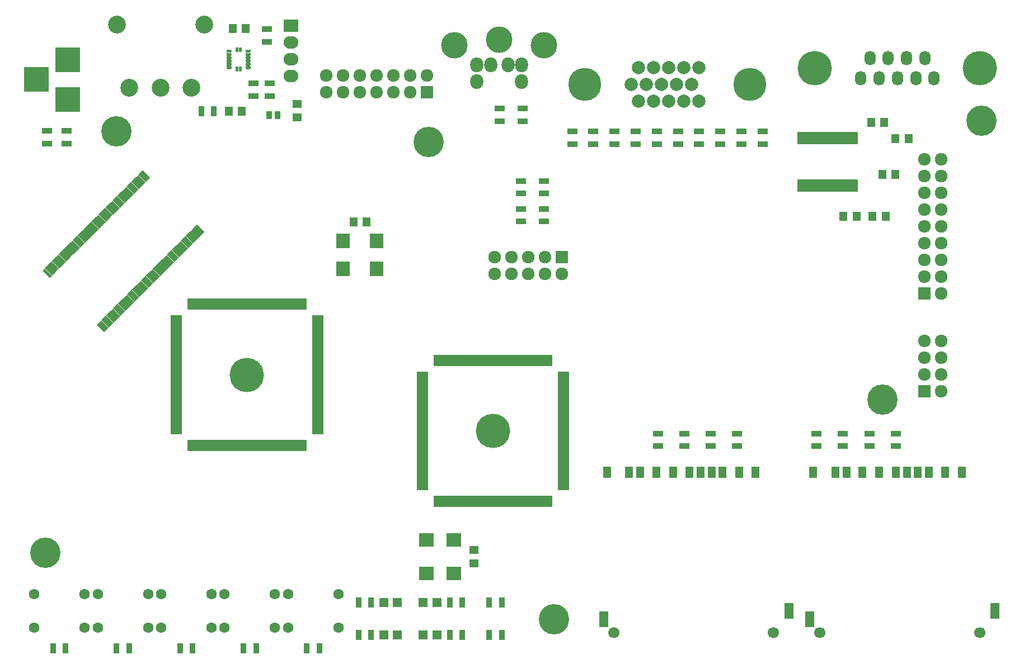
<source format=gbr>
G04 #@! TF.FileFunction,Soldermask,Top*
%FSLAX46Y46*%
G04 Gerber Fmt 4.6, Leading zero omitted, Abs format (unit mm)*
G04 Created by KiCad (PCBNEW no-vcs-found-undefined) date Mon Oct 17 17:10:25 2016*
%MOMM*%
%LPD*%
G01*
G04 APERTURE LIST*
%ADD10C,0.100000*%
%ADD11C,5.201260*%
%ADD12O,1.701140X2.198980*%
%ADD13C,4.600000*%
%ADD14C,0.480000*%
%ADD15C,2.700000*%
%ADD16C,4.010000*%
%ADD17O,1.978000X2.232000*%
%ADD18R,0.835000X1.216000*%
%ADD19R,1.450000X1.200000*%
%ADD20R,1.200000X1.450000*%
%ADD21R,3.700120X3.700120*%
%ADD22R,1.200000X1.700000*%
%ADD23R,1.400000X2.400000*%
%ADD24C,1.700000*%
%ADD25R,1.398880X1.398880*%
%ADD26O,1.927200X1.927200*%
%ADD27R,1.927200X1.927200*%
%ADD28O,2.232000X1.927200*%
%ADD29R,2.232000X1.927200*%
%ADD30R,0.900000X1.500000*%
%ADD31R,1.500000X0.900000*%
%ADD32R,0.500000X1.750000*%
%ADD33R,1.750000X0.500000*%
%ADD34C,0.450000*%
%ADD35R,2.000000X2.200000*%
%ADD36R,2.200000X2.000000*%
%ADD37R,0.650000X1.950000*%
%ADD38C,1.597000*%
%ADD39C,5.000000*%
%ADD40C,2.000000*%
%ADD41C,5.200000*%
G04 APERTURE END LIST*
D10*
D11*
X215894260Y-47762000D03*
D12*
X199244560Y-46243080D03*
X202015700Y-46243080D03*
X204784300Y-46243080D03*
X207555440Y-46243080D03*
X208939740Y-49280920D03*
X206171140Y-49280920D03*
X197860260Y-49280920D03*
X200628860Y-49280920D03*
X203400000Y-49280920D03*
D11*
X190905740Y-47762000D03*
D13*
X132450000Y-58950000D03*
X216090000Y-55680000D03*
X85190000Y-57340000D03*
X201170000Y-97930000D03*
X151430000Y-131260000D03*
X74490000Y-121120000D03*
D14*
X89238924Y-64268701D03*
D10*
G36*
X88503533Y-63872721D02*
X88842944Y-63533310D01*
X89974315Y-64664681D01*
X89634904Y-65004092D01*
X88503533Y-63872721D01*
X88503533Y-63872721D01*
G37*
D14*
X88885370Y-64622254D03*
D10*
G36*
X88149979Y-64226274D02*
X88489390Y-63886863D01*
X89620761Y-65018234D01*
X89281350Y-65357645D01*
X88149979Y-64226274D01*
X88149979Y-64226274D01*
G37*
D14*
X88531817Y-64975807D03*
D10*
G36*
X87796426Y-64579827D02*
X88135837Y-64240416D01*
X89267208Y-65371787D01*
X88927797Y-65711198D01*
X87796426Y-64579827D01*
X87796426Y-64579827D01*
G37*
D14*
X88178263Y-65329361D03*
D10*
G36*
X87442872Y-64933381D02*
X87782283Y-64593970D01*
X88913654Y-65725341D01*
X88574243Y-66064752D01*
X87442872Y-64933381D01*
X87442872Y-64933381D01*
G37*
D14*
X87824710Y-65682914D03*
D10*
G36*
X87089319Y-65286934D02*
X87428730Y-64947523D01*
X88560101Y-66078894D01*
X88220690Y-66418305D01*
X87089319Y-65286934D01*
X87089319Y-65286934D01*
G37*
D14*
X87471157Y-66036468D03*
D10*
G36*
X86735766Y-65640488D02*
X87075177Y-65301077D01*
X88206548Y-66432448D01*
X87867137Y-66771859D01*
X86735766Y-65640488D01*
X86735766Y-65640488D01*
G37*
D14*
X87117603Y-66390021D03*
D10*
G36*
X86382212Y-65994041D02*
X86721623Y-65654630D01*
X87852994Y-66786001D01*
X87513583Y-67125412D01*
X86382212Y-65994041D01*
X86382212Y-65994041D01*
G37*
D14*
X86764050Y-66743574D03*
D10*
G36*
X86028659Y-66347594D02*
X86368070Y-66008183D01*
X87499441Y-67139554D01*
X87160030Y-67478965D01*
X86028659Y-66347594D01*
X86028659Y-66347594D01*
G37*
D14*
X86410496Y-67097128D03*
D10*
G36*
X85675105Y-66701148D02*
X86014516Y-66361737D01*
X87145887Y-67493108D01*
X86806476Y-67832519D01*
X85675105Y-66701148D01*
X85675105Y-66701148D01*
G37*
D14*
X86056943Y-67450681D03*
D10*
G36*
X85321552Y-67054701D02*
X85660963Y-66715290D01*
X86792334Y-67846661D01*
X86452923Y-68186072D01*
X85321552Y-67054701D01*
X85321552Y-67054701D01*
G37*
D14*
X85349836Y-68157788D03*
D10*
G36*
X84614445Y-67761808D02*
X84953856Y-67422397D01*
X86085227Y-68553768D01*
X85745816Y-68893179D01*
X84614445Y-67761808D01*
X84614445Y-67761808D01*
G37*
D14*
X84996283Y-68511341D03*
D10*
G36*
X84260892Y-68115361D02*
X84600303Y-67775950D01*
X85731674Y-68907321D01*
X85392263Y-69246732D01*
X84260892Y-68115361D01*
X84260892Y-68115361D01*
G37*
D14*
X84642729Y-68864895D03*
D10*
G36*
X83907338Y-68468915D02*
X84246749Y-68129504D01*
X85378120Y-69260875D01*
X85038709Y-69600286D01*
X83907338Y-68468915D01*
X83907338Y-68468915D01*
G37*
D14*
X84289176Y-69218448D03*
D10*
G36*
X83553785Y-68822468D02*
X83893196Y-68483057D01*
X85024567Y-69614428D01*
X84685156Y-69953839D01*
X83553785Y-68822468D01*
X83553785Y-68822468D01*
G37*
D14*
X83935623Y-69572001D03*
D10*
G36*
X83200232Y-69176021D02*
X83539643Y-68836610D01*
X84671014Y-69967981D01*
X84331603Y-70307392D01*
X83200232Y-69176021D01*
X83200232Y-69176021D01*
G37*
D14*
X83582069Y-69925555D03*
D10*
G36*
X82846678Y-69529575D02*
X83186089Y-69190164D01*
X84317460Y-70321535D01*
X83978049Y-70660946D01*
X82846678Y-69529575D01*
X82846678Y-69529575D01*
G37*
D14*
X83228516Y-70279108D03*
D10*
G36*
X82493125Y-69883128D02*
X82832536Y-69543717D01*
X83963907Y-70675088D01*
X83624496Y-71014499D01*
X82493125Y-69883128D01*
X82493125Y-69883128D01*
G37*
D14*
X82874962Y-70632662D03*
D10*
G36*
X82139571Y-70236682D02*
X82478982Y-69897271D01*
X83610353Y-71028642D01*
X83270942Y-71368053D01*
X82139571Y-70236682D01*
X82139571Y-70236682D01*
G37*
D14*
X82521409Y-70986215D03*
D10*
G36*
X81786018Y-70590235D02*
X82125429Y-70250824D01*
X83256800Y-71382195D01*
X82917389Y-71721606D01*
X81786018Y-70590235D01*
X81786018Y-70590235D01*
G37*
D14*
X82167856Y-71339768D03*
D10*
G36*
X81432465Y-70943788D02*
X81771876Y-70604377D01*
X82903247Y-71735748D01*
X82563836Y-72075159D01*
X81432465Y-70943788D01*
X81432465Y-70943788D01*
G37*
D14*
X81814302Y-71693322D03*
D10*
G36*
X81078911Y-71297342D02*
X81418322Y-70957931D01*
X82549693Y-72089302D01*
X82210282Y-72428713D01*
X81078911Y-71297342D01*
X81078911Y-71297342D01*
G37*
D14*
X81460749Y-72046875D03*
D10*
G36*
X80725358Y-71650895D02*
X81064769Y-71311484D01*
X82196140Y-72442855D01*
X81856729Y-72782266D01*
X80725358Y-71650895D01*
X80725358Y-71650895D01*
G37*
D14*
X81107196Y-72400429D03*
D10*
G36*
X80371805Y-72004449D02*
X80711216Y-71665038D01*
X81842587Y-72796409D01*
X81503176Y-73135820D01*
X80371805Y-72004449D01*
X80371805Y-72004449D01*
G37*
D14*
X80753642Y-72753982D03*
D10*
G36*
X80018251Y-72358002D02*
X80357662Y-72018591D01*
X81489033Y-73149962D01*
X81149622Y-73489373D01*
X80018251Y-72358002D01*
X80018251Y-72358002D01*
G37*
D14*
X80400089Y-73107535D03*
D10*
G36*
X79664698Y-72711555D02*
X80004109Y-72372144D01*
X81135480Y-73503515D01*
X80796069Y-73842926D01*
X79664698Y-72711555D01*
X79664698Y-72711555D01*
G37*
D14*
X80046535Y-73461089D03*
D10*
G36*
X79311144Y-73065109D02*
X79650555Y-72725698D01*
X80781926Y-73857069D01*
X80442515Y-74196480D01*
X79311144Y-73065109D01*
X79311144Y-73065109D01*
G37*
D14*
X79692982Y-73814642D03*
D10*
G36*
X78957591Y-73418662D02*
X79297002Y-73079251D01*
X80428373Y-74210622D01*
X80088962Y-74550033D01*
X78957591Y-73418662D01*
X78957591Y-73418662D01*
G37*
D14*
X79339429Y-74168196D03*
D10*
G36*
X78604038Y-73772216D02*
X78943449Y-73432805D01*
X80074820Y-74564176D01*
X79735409Y-74903587D01*
X78604038Y-73772216D01*
X78604038Y-73772216D01*
G37*
D14*
X78985875Y-74521749D03*
D10*
G36*
X78250484Y-74125769D02*
X78589895Y-73786358D01*
X79721266Y-74917729D01*
X79381855Y-75257140D01*
X78250484Y-74125769D01*
X78250484Y-74125769D01*
G37*
D14*
X78632322Y-74875302D03*
D10*
G36*
X77896931Y-74479322D02*
X78236342Y-74139911D01*
X79367713Y-75271282D01*
X79028302Y-75610693D01*
X77896931Y-74479322D01*
X77896931Y-74479322D01*
G37*
D14*
X78278768Y-75228856D03*
D10*
G36*
X77543377Y-74832876D02*
X77882788Y-74493465D01*
X79014159Y-75624836D01*
X78674748Y-75964247D01*
X77543377Y-74832876D01*
X77543377Y-74832876D01*
G37*
D14*
X77925215Y-75582409D03*
D10*
G36*
X77189824Y-75186429D02*
X77529235Y-74847018D01*
X78660606Y-75978389D01*
X78321195Y-76317800D01*
X77189824Y-75186429D01*
X77189824Y-75186429D01*
G37*
D14*
X77571662Y-75935962D03*
D10*
G36*
X76836271Y-75539982D02*
X77175682Y-75200571D01*
X78307053Y-76331942D01*
X77967642Y-76671353D01*
X76836271Y-75539982D01*
X76836271Y-75539982D01*
G37*
D14*
X77218108Y-76289516D03*
D10*
G36*
X76482717Y-75893536D02*
X76822128Y-75554125D01*
X77953499Y-76685496D01*
X77614088Y-77024907D01*
X76482717Y-75893536D01*
X76482717Y-75893536D01*
G37*
D14*
X76864555Y-76643069D03*
D10*
G36*
X76129164Y-76247089D02*
X76468575Y-75907678D01*
X77599946Y-77039049D01*
X77260535Y-77378460D01*
X76129164Y-76247089D01*
X76129164Y-76247089D01*
G37*
D14*
X76511001Y-76996623D03*
D10*
G36*
X75775610Y-76600643D02*
X76115021Y-76261232D01*
X77246392Y-77392603D01*
X76906981Y-77732014D01*
X75775610Y-76600643D01*
X75775610Y-76600643D01*
G37*
D14*
X76157448Y-77350176D03*
D10*
G36*
X75422057Y-76954196D02*
X75761468Y-76614785D01*
X76892839Y-77746156D01*
X76553428Y-78085567D01*
X75422057Y-76954196D01*
X75422057Y-76954196D01*
G37*
D14*
X75803895Y-77703729D03*
D10*
G36*
X75068504Y-77307749D02*
X75407915Y-76968338D01*
X76539286Y-78099709D01*
X76199875Y-78439120D01*
X75068504Y-77307749D01*
X75068504Y-77307749D01*
G37*
D14*
X75450341Y-78057283D03*
D10*
G36*
X74714950Y-77661303D02*
X75054361Y-77321892D01*
X76185732Y-78453263D01*
X75846321Y-78792674D01*
X74714950Y-77661303D01*
X74714950Y-77661303D01*
G37*
D14*
X75096788Y-78410836D03*
D10*
G36*
X74361397Y-78014856D02*
X74700808Y-77675445D01*
X75832179Y-78806816D01*
X75492768Y-79146227D01*
X74361397Y-78014856D01*
X74361397Y-78014856D01*
G37*
D14*
X74743235Y-78764390D03*
D10*
G36*
X74007844Y-78368410D02*
X74347255Y-78028999D01*
X75478626Y-79160370D01*
X75139215Y-79499781D01*
X74007844Y-78368410D01*
X74007844Y-78368410D01*
G37*
D14*
X82959815Y-86980970D03*
D10*
G36*
X82224424Y-86584990D02*
X82563835Y-86245579D01*
X83695206Y-87376950D01*
X83355795Y-87716361D01*
X82224424Y-86584990D01*
X82224424Y-86584990D01*
G37*
D14*
X83313369Y-86627417D03*
D10*
G36*
X82577978Y-86231437D02*
X82917389Y-85892026D01*
X84048760Y-87023397D01*
X83709349Y-87362808D01*
X82577978Y-86231437D01*
X82577978Y-86231437D01*
G37*
D14*
X83666922Y-86273864D03*
D10*
G36*
X82931531Y-85877884D02*
X83270942Y-85538473D01*
X84402313Y-86669844D01*
X84062902Y-87009255D01*
X82931531Y-85877884D01*
X82931531Y-85877884D01*
G37*
D14*
X84020475Y-85920310D03*
D10*
G36*
X83285084Y-85524330D02*
X83624495Y-85184919D01*
X84755866Y-86316290D01*
X84416455Y-86655701D01*
X83285084Y-85524330D01*
X83285084Y-85524330D01*
G37*
D14*
X84374029Y-85566757D03*
D10*
G36*
X83638638Y-85170777D02*
X83978049Y-84831366D01*
X85109420Y-85962737D01*
X84770009Y-86302148D01*
X83638638Y-85170777D01*
X83638638Y-85170777D01*
G37*
D14*
X84727582Y-85213203D03*
D10*
G36*
X83992191Y-84817223D02*
X84331602Y-84477812D01*
X85462973Y-85609183D01*
X85123562Y-85948594D01*
X83992191Y-84817223D01*
X83992191Y-84817223D01*
G37*
D14*
X85081136Y-84859650D03*
D10*
G36*
X84345745Y-84463670D02*
X84685156Y-84124259D01*
X85816527Y-85255630D01*
X85477116Y-85595041D01*
X84345745Y-84463670D01*
X84345745Y-84463670D01*
G37*
D14*
X85434689Y-84506097D03*
D10*
G36*
X84699298Y-84110117D02*
X85038709Y-83770706D01*
X86170080Y-84902077D01*
X85830669Y-85241488D01*
X84699298Y-84110117D01*
X84699298Y-84110117D01*
G37*
D14*
X85788242Y-84152543D03*
D10*
G36*
X85052851Y-83756563D02*
X85392262Y-83417152D01*
X86523633Y-84548523D01*
X86184222Y-84887934D01*
X85052851Y-83756563D01*
X85052851Y-83756563D01*
G37*
D14*
X86141796Y-83798990D03*
D10*
G36*
X85406405Y-83403010D02*
X85745816Y-83063599D01*
X86877187Y-84194970D01*
X86537776Y-84534381D01*
X85406405Y-83403010D01*
X85406405Y-83403010D01*
G37*
D14*
X86495349Y-83445436D03*
D10*
G36*
X85759958Y-83049456D02*
X86099369Y-82710045D01*
X87230740Y-83841416D01*
X86891329Y-84180827D01*
X85759958Y-83049456D01*
X85759958Y-83049456D01*
G37*
D14*
X86848903Y-83091883D03*
D10*
G36*
X86113512Y-82695903D02*
X86452923Y-82356492D01*
X87584294Y-83487863D01*
X87244883Y-83827274D01*
X86113512Y-82695903D01*
X86113512Y-82695903D01*
G37*
D14*
X87202456Y-82738330D03*
D10*
G36*
X86467065Y-82342350D02*
X86806476Y-82002939D01*
X87937847Y-83134310D01*
X87598436Y-83473721D01*
X86467065Y-82342350D01*
X86467065Y-82342350D01*
G37*
D14*
X87556009Y-82384776D03*
D10*
G36*
X86820618Y-81988796D02*
X87160029Y-81649385D01*
X88291400Y-82780756D01*
X87951989Y-83120167D01*
X86820618Y-81988796D01*
X86820618Y-81988796D01*
G37*
D14*
X87909563Y-82031223D03*
D10*
G36*
X87174172Y-81635243D02*
X87513583Y-81295832D01*
X88644954Y-82427203D01*
X88305543Y-82766614D01*
X87174172Y-81635243D01*
X87174172Y-81635243D01*
G37*
D14*
X88263116Y-81677670D03*
D10*
G36*
X87527725Y-81281690D02*
X87867136Y-80942279D01*
X88998507Y-82073650D01*
X88659096Y-82413061D01*
X87527725Y-81281690D01*
X87527725Y-81281690D01*
G37*
D14*
X88616670Y-81324116D03*
D10*
G36*
X87881279Y-80928136D02*
X88220690Y-80588725D01*
X89352061Y-81720096D01*
X89012650Y-82059507D01*
X87881279Y-80928136D01*
X87881279Y-80928136D01*
G37*
D14*
X88970223Y-80970563D03*
D10*
G36*
X88234832Y-80574583D02*
X88574243Y-80235172D01*
X89705614Y-81366543D01*
X89366203Y-81705954D01*
X88234832Y-80574583D01*
X88234832Y-80574583D01*
G37*
D14*
X89323776Y-80617009D03*
D10*
G36*
X88588385Y-80221029D02*
X88927796Y-79881618D01*
X90059167Y-81012989D01*
X89719756Y-81352400D01*
X88588385Y-80221029D01*
X88588385Y-80221029D01*
G37*
D14*
X89677330Y-80263456D03*
D10*
G36*
X88941939Y-79867476D02*
X89281350Y-79528065D01*
X90412721Y-80659436D01*
X90073310Y-80998847D01*
X88941939Y-79867476D01*
X88941939Y-79867476D01*
G37*
D14*
X90030883Y-79909903D03*
D10*
G36*
X89295492Y-79513923D02*
X89634903Y-79174512D01*
X90766274Y-80305883D01*
X90426863Y-80645294D01*
X89295492Y-79513923D01*
X89295492Y-79513923D01*
G37*
D14*
X90384437Y-79556349D03*
D10*
G36*
X89649046Y-79160369D02*
X89988457Y-78820958D01*
X91119828Y-79952329D01*
X90780417Y-80291740D01*
X89649046Y-79160369D01*
X89649046Y-79160369D01*
G37*
D14*
X90737990Y-79202796D03*
D10*
G36*
X90002599Y-78806816D02*
X90342010Y-78467405D01*
X91473381Y-79598776D01*
X91133970Y-79938187D01*
X90002599Y-78806816D01*
X90002599Y-78806816D01*
G37*
D14*
X91091543Y-78849242D03*
D10*
G36*
X90356152Y-78453262D02*
X90695563Y-78113851D01*
X91826934Y-79245222D01*
X91487523Y-79584633D01*
X90356152Y-78453262D01*
X90356152Y-78453262D01*
G37*
D14*
X91445097Y-78495689D03*
D10*
G36*
X90709706Y-78099709D02*
X91049117Y-77760298D01*
X92180488Y-78891669D01*
X91841077Y-79231080D01*
X90709706Y-78099709D01*
X90709706Y-78099709D01*
G37*
D14*
X91798650Y-78142136D03*
D10*
G36*
X91063259Y-77746156D02*
X91402670Y-77406745D01*
X92534041Y-78538116D01*
X92194630Y-78877527D01*
X91063259Y-77746156D01*
X91063259Y-77746156D01*
G37*
D14*
X92152203Y-77788582D03*
D10*
G36*
X91416812Y-77392602D02*
X91756223Y-77053191D01*
X92887594Y-78184562D01*
X92548183Y-78523973D01*
X91416812Y-77392602D01*
X91416812Y-77392602D01*
G37*
D14*
X92505757Y-77435029D03*
D10*
G36*
X91770366Y-77039049D02*
X92109777Y-76699638D01*
X93241148Y-77831009D01*
X92901737Y-78170420D01*
X91770366Y-77039049D01*
X91770366Y-77039049D01*
G37*
D14*
X92859310Y-77081475D03*
D10*
G36*
X92123919Y-76685495D02*
X92463330Y-76346084D01*
X93594701Y-77477455D01*
X93255290Y-77816866D01*
X92123919Y-76685495D01*
X92123919Y-76685495D01*
G37*
D14*
X93212864Y-76727922D03*
D10*
G36*
X92477473Y-76331942D02*
X92816884Y-75992531D01*
X93948255Y-77123902D01*
X93608844Y-77463313D01*
X92477473Y-76331942D01*
X92477473Y-76331942D01*
G37*
D14*
X93566417Y-76374369D03*
D10*
G36*
X92831026Y-75978389D02*
X93170437Y-75638978D01*
X94301808Y-76770349D01*
X93962397Y-77109760D01*
X92831026Y-75978389D01*
X92831026Y-75978389D01*
G37*
D14*
X93919970Y-76020815D03*
D10*
G36*
X93184579Y-75624835D02*
X93523990Y-75285424D01*
X94655361Y-76416795D01*
X94315950Y-76756206D01*
X93184579Y-75624835D01*
X93184579Y-75624835D01*
G37*
D14*
X94273524Y-75667262D03*
D10*
G36*
X93538133Y-75271282D02*
X93877544Y-74931871D01*
X95008915Y-76063242D01*
X94669504Y-76402653D01*
X93538133Y-75271282D01*
X93538133Y-75271282D01*
G37*
D14*
X94627077Y-75313708D03*
D10*
G36*
X93891686Y-74917728D02*
X94231097Y-74578317D01*
X95362468Y-75709688D01*
X95023057Y-76049099D01*
X93891686Y-74917728D01*
X93891686Y-74917728D01*
G37*
D14*
X94980631Y-74960155D03*
D10*
G36*
X94245240Y-74564175D02*
X94584651Y-74224764D01*
X95716022Y-75356135D01*
X95376611Y-75695546D01*
X94245240Y-74564175D01*
X94245240Y-74564175D01*
G37*
D14*
X95334184Y-74606602D03*
D10*
G36*
X94598793Y-74210622D02*
X94938204Y-73871211D01*
X96069575Y-75002582D01*
X95730164Y-75341993D01*
X94598793Y-74210622D01*
X94598793Y-74210622D01*
G37*
D14*
X95687737Y-74253048D03*
D10*
G36*
X94952346Y-73857068D02*
X95291757Y-73517657D01*
X96423128Y-74649028D01*
X96083717Y-74988439D01*
X94952346Y-73857068D01*
X94952346Y-73857068D01*
G37*
D14*
X96041291Y-73899495D03*
D10*
G36*
X95305900Y-73503515D02*
X95645311Y-73164104D01*
X96776682Y-74295475D01*
X96437271Y-74634886D01*
X95305900Y-73503515D01*
X95305900Y-73503515D01*
G37*
D14*
X96394844Y-73545942D03*
D10*
G36*
X95659453Y-73149962D02*
X95998864Y-72810551D01*
X97130235Y-73941922D01*
X96790824Y-74281333D01*
X95659453Y-73149962D01*
X95659453Y-73149962D01*
G37*
D14*
X96748398Y-73192388D03*
D10*
G36*
X96013007Y-72796408D02*
X96352418Y-72456997D01*
X97483789Y-73588368D01*
X97144378Y-73927779D01*
X96013007Y-72796408D01*
X96013007Y-72796408D01*
G37*
D14*
X97101951Y-72838835D03*
D10*
G36*
X96366560Y-72442855D02*
X96705971Y-72103444D01*
X97837342Y-73234815D01*
X97497931Y-73574226D01*
X96366560Y-72442855D01*
X96366560Y-72442855D01*
G37*
D14*
X97455504Y-72485281D03*
D10*
G36*
X96720113Y-72089301D02*
X97059524Y-71749890D01*
X98190895Y-72881261D01*
X97851484Y-73220672D01*
X96720113Y-72089301D01*
X96720113Y-72089301D01*
G37*
D14*
X97809058Y-72131728D03*
D10*
G36*
X97073667Y-71735748D02*
X97413078Y-71396337D01*
X98544449Y-72527708D01*
X98205038Y-72867119D01*
X97073667Y-71735748D01*
X97073667Y-71735748D01*
G37*
D14*
X85703390Y-67804234D03*
D10*
G36*
X84967999Y-67408254D02*
X85307410Y-67068843D01*
X86438781Y-68200214D01*
X86099370Y-68539625D01*
X84967999Y-67408254D01*
X84967999Y-67408254D01*
G37*
D14*
X89592477Y-63915147D03*
D10*
G36*
X88857086Y-63519167D02*
X89196497Y-63179756D01*
X90327868Y-64311127D01*
X89988457Y-64650538D01*
X88857086Y-63519167D01*
X88857086Y-63519167D01*
G37*
D15*
X96600000Y-50700000D03*
X91900000Y-50700000D03*
X87200000Y-50700000D03*
X85295000Y-41170000D03*
X98505000Y-41170000D03*
D16*
X149910000Y-44260000D03*
X136390000Y-44260000D03*
D17*
X139750000Y-47250000D03*
X139750000Y-49750000D03*
X146550000Y-47250000D03*
D16*
X143150000Y-43450000D03*
D17*
X146550000Y-49750000D03*
X141850000Y-47250000D03*
X144450000Y-47250000D03*
D18*
X109637540Y-54900000D03*
X108362460Y-54900000D03*
D19*
X112600000Y-55200000D03*
X112600000Y-53200000D03*
D20*
X102200000Y-54300000D03*
X104200000Y-54300000D03*
X102800000Y-41700000D03*
X104800000Y-41700000D03*
X123100000Y-71050000D03*
X121100000Y-71050000D03*
D19*
X139300000Y-120750000D03*
X139300000Y-122750000D03*
D20*
X197200000Y-70200000D03*
X195200000Y-70200000D03*
X205100000Y-58400000D03*
X203100000Y-58400000D03*
X201400000Y-56000000D03*
X199400000Y-56000000D03*
X199600000Y-70200000D03*
X201600000Y-70200000D03*
X203100000Y-63800000D03*
X201100000Y-63800000D03*
D21*
X73151000Y-49450400D03*
X77850000Y-46450660D03*
X77850000Y-52450140D03*
D22*
X179425000Y-109000000D03*
X176925000Y-109000000D03*
X173625000Y-109000000D03*
X171925000Y-109000000D03*
X169425000Y-109000000D03*
X166925000Y-109000000D03*
X164500000Y-109000000D03*
X162800000Y-109000000D03*
X181925000Y-109000000D03*
X175275000Y-109000000D03*
X159450000Y-109000000D03*
D23*
X186950000Y-130000000D03*
X158950000Y-131200000D03*
D24*
X184650000Y-133300000D03*
X160450000Y-133300000D03*
X191650000Y-133300000D03*
X215850000Y-133300000D03*
D23*
X190150000Y-131200000D03*
X218150000Y-130000000D03*
D22*
X190650000Y-109000000D03*
X206475000Y-109000000D03*
X213125000Y-109000000D03*
X194000000Y-109000000D03*
X195700000Y-109000000D03*
X198125000Y-109000000D03*
X200625000Y-109000000D03*
X203125000Y-109000000D03*
X204825000Y-109000000D03*
X208125000Y-109000000D03*
X210625000Y-109000000D03*
D25*
X127749020Y-128700000D03*
X125650980Y-128700000D03*
X131650980Y-133600000D03*
X133749020Y-133600000D03*
X125650980Y-133600000D03*
X127749020Y-133600000D03*
X133749020Y-128700000D03*
X131650980Y-128700000D03*
D26*
X210040000Y-61530000D03*
X207500000Y-61530000D03*
X210040000Y-64070000D03*
X207500000Y-64070000D03*
X210040000Y-66610000D03*
X207500000Y-66610000D03*
X210040000Y-69150000D03*
X207500000Y-69150000D03*
X210040000Y-71690000D03*
X207500000Y-71690000D03*
X210040000Y-74230000D03*
X207500000Y-74230000D03*
X210040000Y-76770000D03*
X207500000Y-76770000D03*
X210040000Y-79310000D03*
X207500000Y-79310000D03*
X210040000Y-81850000D03*
D27*
X207500000Y-81850000D03*
D26*
X117010000Y-48860000D03*
X117010000Y-51400000D03*
X119550000Y-48860000D03*
X119550000Y-51400000D03*
X122090000Y-48860000D03*
X122090000Y-51400000D03*
X124630000Y-48860000D03*
X124630000Y-51400000D03*
X127170000Y-48860000D03*
X127170000Y-51400000D03*
X129710000Y-48860000D03*
X129710000Y-51400000D03*
X132250000Y-48860000D03*
D27*
X132250000Y-51400000D03*
D28*
X111600000Y-48920000D03*
X111600000Y-46380000D03*
X111600000Y-43840000D03*
D29*
X111600000Y-41300000D03*
D30*
X123750000Y-128700000D03*
X121850000Y-128700000D03*
X99950000Y-54300000D03*
X98050000Y-54300000D03*
D31*
X108000000Y-41850000D03*
X108000000Y-43750000D03*
X108400000Y-50050000D03*
X108400000Y-51950000D03*
X106000000Y-51950000D03*
X106000000Y-50050000D03*
X77700000Y-57250000D03*
X77700000Y-59150000D03*
X74700000Y-59150000D03*
X74700000Y-57250000D03*
D30*
X75650000Y-135600000D03*
X77550000Y-135600000D03*
X87150000Y-135600000D03*
X85250000Y-135600000D03*
D31*
X146400000Y-66750000D03*
X146400000Y-64850000D03*
X149900000Y-64850000D03*
X149900000Y-66750000D03*
X149900000Y-70950000D03*
X149900000Y-69050000D03*
D30*
X137550000Y-133600000D03*
X135650000Y-133600000D03*
X123750000Y-133600000D03*
X121850000Y-133600000D03*
D31*
X146400000Y-70950000D03*
X146400000Y-69050000D03*
D30*
X104450000Y-135600000D03*
X106350000Y-135600000D03*
X114050000Y-135600000D03*
X115950000Y-135600000D03*
D31*
X154200000Y-59250000D03*
X154200000Y-57350000D03*
X157400000Y-57350000D03*
X157400000Y-59250000D03*
X160600000Y-59250000D03*
X160600000Y-57350000D03*
X163800000Y-57350000D03*
X163800000Y-59250000D03*
X167000000Y-57350000D03*
X167000000Y-59250000D03*
X170200000Y-57350000D03*
X170200000Y-59250000D03*
X173400000Y-59250000D03*
X173400000Y-57350000D03*
X176600000Y-57350000D03*
X176600000Y-59250000D03*
X183000000Y-59250000D03*
X183000000Y-57350000D03*
X179800000Y-59250000D03*
X179800000Y-57350000D03*
X146700000Y-55750000D03*
X146700000Y-53850000D03*
X143200000Y-55750000D03*
X143200000Y-53850000D03*
D30*
X141650000Y-133600000D03*
X143550000Y-133600000D03*
X143550000Y-128700000D03*
X141650000Y-128700000D03*
X135650000Y-128700000D03*
X137550000Y-128700000D03*
X94850000Y-135600000D03*
X96750000Y-135600000D03*
D31*
X179150000Y-103100000D03*
X179150000Y-105000000D03*
X203150000Y-103100000D03*
X203150000Y-105000000D03*
X175150000Y-105000000D03*
X175150000Y-103100000D03*
X199150000Y-105000000D03*
X199150000Y-103100000D03*
X171150000Y-103100000D03*
X171150000Y-105000000D03*
X195150000Y-103100000D03*
X195150000Y-105000000D03*
X167150000Y-105000000D03*
X167150000Y-103100000D03*
X191150000Y-105000000D03*
X191150000Y-103100000D03*
D32*
X113740000Y-104900000D03*
X113240000Y-104900000D03*
X112740000Y-104900000D03*
X112240000Y-104900000D03*
X111740000Y-104900000D03*
X111240000Y-104900000D03*
X110740000Y-104900000D03*
X110240000Y-104900000D03*
X109740000Y-104900000D03*
X109240000Y-104900000D03*
X108740000Y-104900000D03*
X108240000Y-104900000D03*
X107740000Y-104900000D03*
X107240000Y-104900000D03*
X106740000Y-104900000D03*
X106240000Y-104900000D03*
X105740000Y-104900000D03*
X105240000Y-104900000D03*
X104740000Y-104900000D03*
X104240000Y-104900000D03*
X103740000Y-104900000D03*
X103240000Y-104900000D03*
X102740000Y-104900000D03*
X102240000Y-104900000D03*
X101740000Y-104900000D03*
X101240000Y-104900000D03*
X100740000Y-104900000D03*
X100240000Y-104900000D03*
X99740000Y-104900000D03*
X99240000Y-104900000D03*
X98740000Y-104900000D03*
X98240000Y-104900000D03*
X97740000Y-104900000D03*
X97240000Y-104900000D03*
X96740000Y-104900000D03*
X96240000Y-104900000D03*
D33*
X94290000Y-102950000D03*
X94290000Y-102450000D03*
X94290000Y-101950000D03*
X94290000Y-101450000D03*
X94290000Y-100950000D03*
X94290000Y-100450000D03*
X94290000Y-99950000D03*
X94290000Y-99450000D03*
X94290000Y-98950000D03*
X94290000Y-98450000D03*
X94290000Y-97950000D03*
X94290000Y-97450000D03*
X94290000Y-96950000D03*
X94290000Y-96450000D03*
X94290000Y-95950000D03*
X94290000Y-95450000D03*
X94290000Y-94950000D03*
X94290000Y-94450000D03*
X94290000Y-93950000D03*
X94290000Y-93450000D03*
X94290000Y-92950000D03*
X94290000Y-92450000D03*
X94290000Y-91950000D03*
X94290000Y-91450000D03*
X94290000Y-90950000D03*
X94290000Y-90450000D03*
X94290000Y-89950000D03*
X94290000Y-89450000D03*
X94290000Y-88950000D03*
X94290000Y-88450000D03*
X94290000Y-87950000D03*
X94290000Y-87450000D03*
X94290000Y-86950000D03*
X94290000Y-86450000D03*
X94290000Y-85950000D03*
X94290000Y-85450000D03*
D32*
X96240000Y-83500000D03*
X96740000Y-83500000D03*
X97240000Y-83500000D03*
X97740000Y-83500000D03*
X98240000Y-83500000D03*
X98740000Y-83500000D03*
X99240000Y-83500000D03*
X99740000Y-83500000D03*
X100240000Y-83500000D03*
X100740000Y-83500000D03*
X101240000Y-83500000D03*
X101740000Y-83500000D03*
X102240000Y-83500000D03*
X102740000Y-83500000D03*
X103240000Y-83500000D03*
X103740000Y-83500000D03*
X104240000Y-83500000D03*
X104740000Y-83500000D03*
X105240000Y-83500000D03*
X105740000Y-83500000D03*
X106240000Y-83500000D03*
X106740000Y-83500000D03*
X107240000Y-83500000D03*
X107740000Y-83500000D03*
X108240000Y-83500000D03*
X108740000Y-83500000D03*
X109240000Y-83500000D03*
X109740000Y-83500000D03*
X110240000Y-83500000D03*
X110740000Y-83500000D03*
X111240000Y-83500000D03*
X111740000Y-83500000D03*
X112240000Y-83500000D03*
X112740000Y-83500000D03*
X113240000Y-83500000D03*
X113740000Y-83500000D03*
D33*
X115690000Y-85450000D03*
X115690000Y-85950000D03*
X115690000Y-86450000D03*
X115690000Y-86950000D03*
X115690000Y-87450000D03*
X115690000Y-87950000D03*
X115690000Y-88450000D03*
X115690000Y-88950000D03*
X115690000Y-89450000D03*
X115690000Y-89950000D03*
X115690000Y-90450000D03*
X115690000Y-90950000D03*
X115690000Y-91450000D03*
X115690000Y-91950000D03*
X115690000Y-92450000D03*
X115690000Y-92950000D03*
X115690000Y-93450000D03*
X115690000Y-93950000D03*
X115690000Y-94450000D03*
X115690000Y-94950000D03*
X115690000Y-95450000D03*
X115690000Y-95950000D03*
X115690000Y-96450000D03*
X115690000Y-96950000D03*
X115690000Y-97450000D03*
X115690000Y-97950000D03*
X115690000Y-98450000D03*
X115690000Y-98950000D03*
X115690000Y-99450000D03*
X115690000Y-99950000D03*
X115690000Y-100450000D03*
X115690000Y-100950000D03*
X115690000Y-101450000D03*
X115690000Y-101950000D03*
X115690000Y-102450000D03*
X115690000Y-102950000D03*
D10*
G36*
X103573527Y-47475542D02*
X103584448Y-47477162D01*
X103595157Y-47479844D01*
X103605552Y-47483564D01*
X103615532Y-47488284D01*
X103625002Y-47493960D01*
X103633869Y-47500536D01*
X103642050Y-47507950D01*
X103649464Y-47516131D01*
X103656040Y-47524998D01*
X103661716Y-47534468D01*
X103666436Y-47544448D01*
X103670156Y-47554843D01*
X103672838Y-47565552D01*
X103674458Y-47576473D01*
X103675000Y-47587500D01*
X103675000Y-48112500D01*
X103674458Y-48123527D01*
X103672838Y-48134448D01*
X103670156Y-48145157D01*
X103666436Y-48155552D01*
X103661716Y-48165532D01*
X103656040Y-48175002D01*
X103649464Y-48183869D01*
X103642050Y-48192050D01*
X103633869Y-48199464D01*
X103625002Y-48206040D01*
X103615532Y-48211716D01*
X103605552Y-48216436D01*
X103595157Y-48220156D01*
X103584448Y-48222838D01*
X103573527Y-48224458D01*
X103562500Y-48225000D01*
X103337500Y-48225000D01*
X103326473Y-48224458D01*
X103315552Y-48222838D01*
X103304843Y-48220156D01*
X103294448Y-48216436D01*
X103284468Y-48211716D01*
X103274998Y-48206040D01*
X103266131Y-48199464D01*
X103257950Y-48192050D01*
X103250536Y-48183869D01*
X103243960Y-48175002D01*
X103238284Y-48165532D01*
X103233564Y-48155552D01*
X103229844Y-48145157D01*
X103227162Y-48134448D01*
X103225542Y-48123527D01*
X103225000Y-48112500D01*
X103225000Y-47587500D01*
X103225542Y-47576473D01*
X103227162Y-47565552D01*
X103229844Y-47554843D01*
X103233564Y-47544448D01*
X103238284Y-47534468D01*
X103243960Y-47524998D01*
X103250536Y-47516131D01*
X103257950Y-47507950D01*
X103266131Y-47500536D01*
X103274998Y-47493960D01*
X103284468Y-47488284D01*
X103294448Y-47483564D01*
X103304843Y-47479844D01*
X103315552Y-47477162D01*
X103326473Y-47475542D01*
X103337500Y-47475000D01*
X103562500Y-47475000D01*
X103573527Y-47475542D01*
X103573527Y-47475542D01*
G37*
D34*
X103450000Y-47850000D03*
D10*
G36*
X105423527Y-45925542D02*
X105434448Y-45927162D01*
X105445157Y-45929844D01*
X105455552Y-45933564D01*
X105465532Y-45938284D01*
X105475002Y-45943960D01*
X105483869Y-45950536D01*
X105492050Y-45957950D01*
X105499464Y-45966131D01*
X105506040Y-45974998D01*
X105511716Y-45984468D01*
X105516436Y-45994448D01*
X105520156Y-46004843D01*
X105522838Y-46015552D01*
X105524458Y-46026473D01*
X105525000Y-46037500D01*
X105525000Y-46262500D01*
X105524458Y-46273527D01*
X105522838Y-46284448D01*
X105520156Y-46295157D01*
X105516436Y-46305552D01*
X105511716Y-46315532D01*
X105506040Y-46325002D01*
X105499464Y-46333869D01*
X105492050Y-46342050D01*
X105483869Y-46349464D01*
X105475002Y-46356040D01*
X105465532Y-46361716D01*
X105455552Y-46366436D01*
X105445157Y-46370156D01*
X105434448Y-46372838D01*
X105423527Y-46374458D01*
X105412500Y-46375000D01*
X104887500Y-46375000D01*
X104876473Y-46374458D01*
X104865552Y-46372838D01*
X104854843Y-46370156D01*
X104844448Y-46366436D01*
X104834468Y-46361716D01*
X104824998Y-46356040D01*
X104816131Y-46349464D01*
X104807950Y-46342050D01*
X104800536Y-46333869D01*
X104793960Y-46325002D01*
X104788284Y-46315532D01*
X104783564Y-46305552D01*
X104779844Y-46295157D01*
X104777162Y-46284448D01*
X104775542Y-46273527D01*
X104775000Y-46262500D01*
X104775000Y-46037500D01*
X104775542Y-46026473D01*
X104777162Y-46015552D01*
X104779844Y-46004843D01*
X104783564Y-45994448D01*
X104788284Y-45984468D01*
X104793960Y-45974998D01*
X104800536Y-45966131D01*
X104807950Y-45957950D01*
X104816131Y-45950536D01*
X104824998Y-45943960D01*
X104834468Y-45938284D01*
X104844448Y-45933564D01*
X104854843Y-45929844D01*
X104865552Y-45927162D01*
X104876473Y-45925542D01*
X104887500Y-45925000D01*
X105412500Y-45925000D01*
X105423527Y-45925542D01*
X105423527Y-45925542D01*
G37*
D34*
X105150000Y-46150000D03*
D10*
G36*
X105423527Y-45425542D02*
X105434448Y-45427162D01*
X105445157Y-45429844D01*
X105455552Y-45433564D01*
X105465532Y-45438284D01*
X105475002Y-45443960D01*
X105483869Y-45450536D01*
X105492050Y-45457950D01*
X105499464Y-45466131D01*
X105506040Y-45474998D01*
X105511716Y-45484468D01*
X105516436Y-45494448D01*
X105520156Y-45504843D01*
X105522838Y-45515552D01*
X105524458Y-45526473D01*
X105525000Y-45537500D01*
X105525000Y-45762500D01*
X105524458Y-45773527D01*
X105522838Y-45784448D01*
X105520156Y-45795157D01*
X105516436Y-45805552D01*
X105511716Y-45815532D01*
X105506040Y-45825002D01*
X105499464Y-45833869D01*
X105492050Y-45842050D01*
X105483869Y-45849464D01*
X105475002Y-45856040D01*
X105465532Y-45861716D01*
X105455552Y-45866436D01*
X105445157Y-45870156D01*
X105434448Y-45872838D01*
X105423527Y-45874458D01*
X105412500Y-45875000D01*
X104887500Y-45875000D01*
X104876473Y-45874458D01*
X104865552Y-45872838D01*
X104854843Y-45870156D01*
X104844448Y-45866436D01*
X104834468Y-45861716D01*
X104824998Y-45856040D01*
X104816131Y-45849464D01*
X104807950Y-45842050D01*
X104800536Y-45833869D01*
X104793960Y-45825002D01*
X104788284Y-45815532D01*
X104783564Y-45805552D01*
X104779844Y-45795157D01*
X104777162Y-45784448D01*
X104775542Y-45773527D01*
X104775000Y-45762500D01*
X104775000Y-45537500D01*
X104775542Y-45526473D01*
X104777162Y-45515552D01*
X104779844Y-45504843D01*
X104783564Y-45494448D01*
X104788284Y-45484468D01*
X104793960Y-45474998D01*
X104800536Y-45466131D01*
X104807950Y-45457950D01*
X104816131Y-45450536D01*
X104824998Y-45443960D01*
X104834468Y-45438284D01*
X104844448Y-45433564D01*
X104854843Y-45429844D01*
X104865552Y-45427162D01*
X104876473Y-45425542D01*
X104887500Y-45425000D01*
X105412500Y-45425000D01*
X105423527Y-45425542D01*
X105423527Y-45425542D01*
G37*
D34*
X105150000Y-45650000D03*
D10*
G36*
X105423527Y-46425542D02*
X105434448Y-46427162D01*
X105445157Y-46429844D01*
X105455552Y-46433564D01*
X105465532Y-46438284D01*
X105475002Y-46443960D01*
X105483869Y-46450536D01*
X105492050Y-46457950D01*
X105499464Y-46466131D01*
X105506040Y-46474998D01*
X105511716Y-46484468D01*
X105516436Y-46494448D01*
X105520156Y-46504843D01*
X105522838Y-46515552D01*
X105524458Y-46526473D01*
X105525000Y-46537500D01*
X105525000Y-46762500D01*
X105524458Y-46773527D01*
X105522838Y-46784448D01*
X105520156Y-46795157D01*
X105516436Y-46805552D01*
X105511716Y-46815532D01*
X105506040Y-46825002D01*
X105499464Y-46833869D01*
X105492050Y-46842050D01*
X105483869Y-46849464D01*
X105475002Y-46856040D01*
X105465532Y-46861716D01*
X105455552Y-46866436D01*
X105445157Y-46870156D01*
X105434448Y-46872838D01*
X105423527Y-46874458D01*
X105412500Y-46875000D01*
X104887500Y-46875000D01*
X104876473Y-46874458D01*
X104865552Y-46872838D01*
X104854843Y-46870156D01*
X104844448Y-46866436D01*
X104834468Y-46861716D01*
X104824998Y-46856040D01*
X104816131Y-46849464D01*
X104807950Y-46842050D01*
X104800536Y-46833869D01*
X104793960Y-46825002D01*
X104788284Y-46815532D01*
X104783564Y-46805552D01*
X104779844Y-46795157D01*
X104777162Y-46784448D01*
X104775542Y-46773527D01*
X104775000Y-46762500D01*
X104775000Y-46537500D01*
X104775542Y-46526473D01*
X104777162Y-46515552D01*
X104779844Y-46504843D01*
X104783564Y-46494448D01*
X104788284Y-46484468D01*
X104793960Y-46474998D01*
X104800536Y-46466131D01*
X104807950Y-46457950D01*
X104816131Y-46450536D01*
X104824998Y-46443960D01*
X104834468Y-46438284D01*
X104844448Y-46433564D01*
X104854843Y-46429844D01*
X104865552Y-46427162D01*
X104876473Y-46425542D01*
X104887500Y-46425000D01*
X105412500Y-46425000D01*
X105423527Y-46425542D01*
X105423527Y-46425542D01*
G37*
D34*
X105150000Y-46650000D03*
D10*
G36*
X105423527Y-46925542D02*
X105434448Y-46927162D01*
X105445157Y-46929844D01*
X105455552Y-46933564D01*
X105465532Y-46938284D01*
X105475002Y-46943960D01*
X105483869Y-46950536D01*
X105492050Y-46957950D01*
X105499464Y-46966131D01*
X105506040Y-46974998D01*
X105511716Y-46984468D01*
X105516436Y-46994448D01*
X105520156Y-47004843D01*
X105522838Y-47015552D01*
X105524458Y-47026473D01*
X105525000Y-47037500D01*
X105525000Y-47262500D01*
X105524458Y-47273527D01*
X105522838Y-47284448D01*
X105520156Y-47295157D01*
X105516436Y-47305552D01*
X105511716Y-47315532D01*
X105506040Y-47325002D01*
X105499464Y-47333869D01*
X105492050Y-47342050D01*
X105483869Y-47349464D01*
X105475002Y-47356040D01*
X105465532Y-47361716D01*
X105455552Y-47366436D01*
X105445157Y-47370156D01*
X105434448Y-47372838D01*
X105423527Y-47374458D01*
X105412500Y-47375000D01*
X104887500Y-47375000D01*
X104876473Y-47374458D01*
X104865552Y-47372838D01*
X104854843Y-47370156D01*
X104844448Y-47366436D01*
X104834468Y-47361716D01*
X104824998Y-47356040D01*
X104816131Y-47349464D01*
X104807950Y-47342050D01*
X104800536Y-47333869D01*
X104793960Y-47325002D01*
X104788284Y-47315532D01*
X104783564Y-47305552D01*
X104779844Y-47295157D01*
X104777162Y-47284448D01*
X104775542Y-47273527D01*
X104775000Y-47262500D01*
X104775000Y-47037500D01*
X104775542Y-47026473D01*
X104777162Y-47015552D01*
X104779844Y-47004843D01*
X104783564Y-46994448D01*
X104788284Y-46984468D01*
X104793960Y-46974998D01*
X104800536Y-46966131D01*
X104807950Y-46957950D01*
X104816131Y-46950536D01*
X104824998Y-46943960D01*
X104834468Y-46938284D01*
X104844448Y-46933564D01*
X104854843Y-46929844D01*
X104865552Y-46927162D01*
X104876473Y-46925542D01*
X104887500Y-46925000D01*
X105412500Y-46925000D01*
X105423527Y-46925542D01*
X105423527Y-46925542D01*
G37*
D34*
X105150000Y-47150000D03*
D10*
G36*
X102523527Y-46425542D02*
X102534448Y-46427162D01*
X102545157Y-46429844D01*
X102555552Y-46433564D01*
X102565532Y-46438284D01*
X102575002Y-46443960D01*
X102583869Y-46450536D01*
X102592050Y-46457950D01*
X102599464Y-46466131D01*
X102606040Y-46474998D01*
X102611716Y-46484468D01*
X102616436Y-46494448D01*
X102620156Y-46504843D01*
X102622838Y-46515552D01*
X102624458Y-46526473D01*
X102625000Y-46537500D01*
X102625000Y-46762500D01*
X102624458Y-46773527D01*
X102622838Y-46784448D01*
X102620156Y-46795157D01*
X102616436Y-46805552D01*
X102611716Y-46815532D01*
X102606040Y-46825002D01*
X102599464Y-46833869D01*
X102592050Y-46842050D01*
X102583869Y-46849464D01*
X102575002Y-46856040D01*
X102565532Y-46861716D01*
X102555552Y-46866436D01*
X102545157Y-46870156D01*
X102534448Y-46872838D01*
X102523527Y-46874458D01*
X102512500Y-46875000D01*
X101987500Y-46875000D01*
X101976473Y-46874458D01*
X101965552Y-46872838D01*
X101954843Y-46870156D01*
X101944448Y-46866436D01*
X101934468Y-46861716D01*
X101924998Y-46856040D01*
X101916131Y-46849464D01*
X101907950Y-46842050D01*
X101900536Y-46833869D01*
X101893960Y-46825002D01*
X101888284Y-46815532D01*
X101883564Y-46805552D01*
X101879844Y-46795157D01*
X101877162Y-46784448D01*
X101875542Y-46773527D01*
X101875000Y-46762500D01*
X101875000Y-46537500D01*
X101875542Y-46526473D01*
X101877162Y-46515552D01*
X101879844Y-46504843D01*
X101883564Y-46494448D01*
X101888284Y-46484468D01*
X101893960Y-46474998D01*
X101900536Y-46466131D01*
X101907950Y-46457950D01*
X101916131Y-46450536D01*
X101924998Y-46443960D01*
X101934468Y-46438284D01*
X101944448Y-46433564D01*
X101954843Y-46429844D01*
X101965552Y-46427162D01*
X101976473Y-46425542D01*
X101987500Y-46425000D01*
X102512500Y-46425000D01*
X102523527Y-46425542D01*
X102523527Y-46425542D01*
G37*
D34*
X102250000Y-46650000D03*
D10*
G36*
X102523527Y-46925542D02*
X102534448Y-46927162D01*
X102545157Y-46929844D01*
X102555552Y-46933564D01*
X102565532Y-46938284D01*
X102575002Y-46943960D01*
X102583869Y-46950536D01*
X102592050Y-46957950D01*
X102599464Y-46966131D01*
X102606040Y-46974998D01*
X102611716Y-46984468D01*
X102616436Y-46994448D01*
X102620156Y-47004843D01*
X102622838Y-47015552D01*
X102624458Y-47026473D01*
X102625000Y-47037500D01*
X102625000Y-47262500D01*
X102624458Y-47273527D01*
X102622838Y-47284448D01*
X102620156Y-47295157D01*
X102616436Y-47305552D01*
X102611716Y-47315532D01*
X102606040Y-47325002D01*
X102599464Y-47333869D01*
X102592050Y-47342050D01*
X102583869Y-47349464D01*
X102575002Y-47356040D01*
X102565532Y-47361716D01*
X102555552Y-47366436D01*
X102545157Y-47370156D01*
X102534448Y-47372838D01*
X102523527Y-47374458D01*
X102512500Y-47375000D01*
X101987500Y-47375000D01*
X101976473Y-47374458D01*
X101965552Y-47372838D01*
X101954843Y-47370156D01*
X101944448Y-47366436D01*
X101934468Y-47361716D01*
X101924998Y-47356040D01*
X101916131Y-47349464D01*
X101907950Y-47342050D01*
X101900536Y-47333869D01*
X101893960Y-47325002D01*
X101888284Y-47315532D01*
X101883564Y-47305552D01*
X101879844Y-47295157D01*
X101877162Y-47284448D01*
X101875542Y-47273527D01*
X101875000Y-47262500D01*
X101875000Y-47037500D01*
X101875542Y-47026473D01*
X101877162Y-47015552D01*
X101879844Y-47004843D01*
X101883564Y-46994448D01*
X101888284Y-46984468D01*
X101893960Y-46974998D01*
X101900536Y-46966131D01*
X101907950Y-46957950D01*
X101916131Y-46950536D01*
X101924998Y-46943960D01*
X101934468Y-46938284D01*
X101944448Y-46933564D01*
X101954843Y-46929844D01*
X101965552Y-46927162D01*
X101976473Y-46925542D01*
X101987500Y-46925000D01*
X102512500Y-46925000D01*
X102523527Y-46925542D01*
X102523527Y-46925542D01*
G37*
D34*
X102250000Y-47150000D03*
D10*
G36*
X102523527Y-45925542D02*
X102534448Y-45927162D01*
X102545157Y-45929844D01*
X102555552Y-45933564D01*
X102565532Y-45938284D01*
X102575002Y-45943960D01*
X102583869Y-45950536D01*
X102592050Y-45957950D01*
X102599464Y-45966131D01*
X102606040Y-45974998D01*
X102611716Y-45984468D01*
X102616436Y-45994448D01*
X102620156Y-46004843D01*
X102622838Y-46015552D01*
X102624458Y-46026473D01*
X102625000Y-46037500D01*
X102625000Y-46262500D01*
X102624458Y-46273527D01*
X102622838Y-46284448D01*
X102620156Y-46295157D01*
X102616436Y-46305552D01*
X102611716Y-46315532D01*
X102606040Y-46325002D01*
X102599464Y-46333869D01*
X102592050Y-46342050D01*
X102583869Y-46349464D01*
X102575002Y-46356040D01*
X102565532Y-46361716D01*
X102555552Y-46366436D01*
X102545157Y-46370156D01*
X102534448Y-46372838D01*
X102523527Y-46374458D01*
X102512500Y-46375000D01*
X101987500Y-46375000D01*
X101976473Y-46374458D01*
X101965552Y-46372838D01*
X101954843Y-46370156D01*
X101944448Y-46366436D01*
X101934468Y-46361716D01*
X101924998Y-46356040D01*
X101916131Y-46349464D01*
X101907950Y-46342050D01*
X101900536Y-46333869D01*
X101893960Y-46325002D01*
X101888284Y-46315532D01*
X101883564Y-46305552D01*
X101879844Y-46295157D01*
X101877162Y-46284448D01*
X101875542Y-46273527D01*
X101875000Y-46262500D01*
X101875000Y-46037500D01*
X101875542Y-46026473D01*
X101877162Y-46015552D01*
X101879844Y-46004843D01*
X101883564Y-45994448D01*
X101888284Y-45984468D01*
X101893960Y-45974998D01*
X101900536Y-45966131D01*
X101907950Y-45957950D01*
X101916131Y-45950536D01*
X101924998Y-45943960D01*
X101934468Y-45938284D01*
X101944448Y-45933564D01*
X101954843Y-45929844D01*
X101965552Y-45927162D01*
X101976473Y-45925542D01*
X101987500Y-45925000D01*
X102512500Y-45925000D01*
X102523527Y-45925542D01*
X102523527Y-45925542D01*
G37*
D34*
X102250000Y-46150000D03*
D10*
G36*
X102523527Y-45425542D02*
X102534448Y-45427162D01*
X102545157Y-45429844D01*
X102555552Y-45433564D01*
X102565532Y-45438284D01*
X102575002Y-45443960D01*
X102583869Y-45450536D01*
X102592050Y-45457950D01*
X102599464Y-45466131D01*
X102606040Y-45474998D01*
X102611716Y-45484468D01*
X102616436Y-45494448D01*
X102620156Y-45504843D01*
X102622838Y-45515552D01*
X102624458Y-45526473D01*
X102625000Y-45537500D01*
X102625000Y-45762500D01*
X102624458Y-45773527D01*
X102622838Y-45784448D01*
X102620156Y-45795157D01*
X102616436Y-45805552D01*
X102611716Y-45815532D01*
X102606040Y-45825002D01*
X102599464Y-45833869D01*
X102592050Y-45842050D01*
X102583869Y-45849464D01*
X102575002Y-45856040D01*
X102565532Y-45861716D01*
X102555552Y-45866436D01*
X102545157Y-45870156D01*
X102534448Y-45872838D01*
X102523527Y-45874458D01*
X102512500Y-45875000D01*
X101987500Y-45875000D01*
X101976473Y-45874458D01*
X101965552Y-45872838D01*
X101954843Y-45870156D01*
X101944448Y-45866436D01*
X101934468Y-45861716D01*
X101924998Y-45856040D01*
X101916131Y-45849464D01*
X101907950Y-45842050D01*
X101900536Y-45833869D01*
X101893960Y-45825002D01*
X101888284Y-45815532D01*
X101883564Y-45805552D01*
X101879844Y-45795157D01*
X101877162Y-45784448D01*
X101875542Y-45773527D01*
X101875000Y-45762500D01*
X101875000Y-45537500D01*
X101875542Y-45526473D01*
X101877162Y-45515552D01*
X101879844Y-45504843D01*
X101883564Y-45494448D01*
X101888284Y-45484468D01*
X101893960Y-45474998D01*
X101900536Y-45466131D01*
X101907950Y-45457950D01*
X101916131Y-45450536D01*
X101924998Y-45443960D01*
X101934468Y-45438284D01*
X101944448Y-45433564D01*
X101954843Y-45429844D01*
X101965552Y-45427162D01*
X101976473Y-45425542D01*
X101987500Y-45425000D01*
X102512500Y-45425000D01*
X102523527Y-45425542D01*
X102523527Y-45425542D01*
G37*
D34*
X102250000Y-45650000D03*
D10*
G36*
X105423527Y-44925542D02*
X105434448Y-44927162D01*
X105445157Y-44929844D01*
X105455552Y-44933564D01*
X105465532Y-44938284D01*
X105475002Y-44943960D01*
X105483869Y-44950536D01*
X105492050Y-44957950D01*
X105499464Y-44966131D01*
X105506040Y-44974998D01*
X105511716Y-44984468D01*
X105516436Y-44994448D01*
X105520156Y-45004843D01*
X105522838Y-45015552D01*
X105524458Y-45026473D01*
X105525000Y-45037500D01*
X105525000Y-45262500D01*
X105524458Y-45273527D01*
X105522838Y-45284448D01*
X105520156Y-45295157D01*
X105516436Y-45305552D01*
X105511716Y-45315532D01*
X105506040Y-45325002D01*
X105499464Y-45333869D01*
X105492050Y-45342050D01*
X105483869Y-45349464D01*
X105475002Y-45356040D01*
X105465532Y-45361716D01*
X105455552Y-45366436D01*
X105445157Y-45370156D01*
X105434448Y-45372838D01*
X105423527Y-45374458D01*
X105412500Y-45375000D01*
X104887500Y-45375000D01*
X104876473Y-45374458D01*
X104865552Y-45372838D01*
X104854843Y-45370156D01*
X104844448Y-45366436D01*
X104834468Y-45361716D01*
X104824998Y-45356040D01*
X104816131Y-45349464D01*
X104807950Y-45342050D01*
X104800536Y-45333869D01*
X104793960Y-45325002D01*
X104788284Y-45315532D01*
X104783564Y-45305552D01*
X104779844Y-45295157D01*
X104777162Y-45284448D01*
X104775542Y-45273527D01*
X104775000Y-45262500D01*
X104775000Y-45037500D01*
X104775542Y-45026473D01*
X104777162Y-45015552D01*
X104779844Y-45004843D01*
X104783564Y-44994448D01*
X104788284Y-44984468D01*
X104793960Y-44974998D01*
X104800536Y-44966131D01*
X104807950Y-44957950D01*
X104816131Y-44950536D01*
X104824998Y-44943960D01*
X104834468Y-44938284D01*
X104844448Y-44933564D01*
X104854843Y-44929844D01*
X104865552Y-44927162D01*
X104876473Y-44925542D01*
X104887500Y-44925000D01*
X105412500Y-44925000D01*
X105423527Y-44925542D01*
X105423527Y-44925542D01*
G37*
D34*
X105150000Y-45150000D03*
D10*
G36*
X105423527Y-47425542D02*
X105434448Y-47427162D01*
X105445157Y-47429844D01*
X105455552Y-47433564D01*
X105465532Y-47438284D01*
X105475002Y-47443960D01*
X105483869Y-47450536D01*
X105492050Y-47457950D01*
X105499464Y-47466131D01*
X105506040Y-47474998D01*
X105511716Y-47484468D01*
X105516436Y-47494448D01*
X105520156Y-47504843D01*
X105522838Y-47515552D01*
X105524458Y-47526473D01*
X105525000Y-47537500D01*
X105525000Y-47762500D01*
X105524458Y-47773527D01*
X105522838Y-47784448D01*
X105520156Y-47795157D01*
X105516436Y-47805552D01*
X105511716Y-47815532D01*
X105506040Y-47825002D01*
X105499464Y-47833869D01*
X105492050Y-47842050D01*
X105483869Y-47849464D01*
X105475002Y-47856040D01*
X105465532Y-47861716D01*
X105455552Y-47866436D01*
X105445157Y-47870156D01*
X105434448Y-47872838D01*
X105423527Y-47874458D01*
X105412500Y-47875000D01*
X104887500Y-47875000D01*
X104876473Y-47874458D01*
X104865552Y-47872838D01*
X104854843Y-47870156D01*
X104844448Y-47866436D01*
X104834468Y-47861716D01*
X104824998Y-47856040D01*
X104816131Y-47849464D01*
X104807950Y-47842050D01*
X104800536Y-47833869D01*
X104793960Y-47825002D01*
X104788284Y-47815532D01*
X104783564Y-47805552D01*
X104779844Y-47795157D01*
X104777162Y-47784448D01*
X104775542Y-47773527D01*
X104775000Y-47762500D01*
X104775000Y-47537500D01*
X104775542Y-47526473D01*
X104777162Y-47515552D01*
X104779844Y-47504843D01*
X104783564Y-47494448D01*
X104788284Y-47484468D01*
X104793960Y-47474998D01*
X104800536Y-47466131D01*
X104807950Y-47457950D01*
X104816131Y-47450536D01*
X104824998Y-47443960D01*
X104834468Y-47438284D01*
X104844448Y-47433564D01*
X104854843Y-47429844D01*
X104865552Y-47427162D01*
X104876473Y-47425542D01*
X104887500Y-47425000D01*
X105412500Y-47425000D01*
X105423527Y-47425542D01*
X105423527Y-47425542D01*
G37*
D34*
X105150000Y-47650000D03*
D10*
G36*
X102523527Y-47425542D02*
X102534448Y-47427162D01*
X102545157Y-47429844D01*
X102555552Y-47433564D01*
X102565532Y-47438284D01*
X102575002Y-47443960D01*
X102583869Y-47450536D01*
X102592050Y-47457950D01*
X102599464Y-47466131D01*
X102606040Y-47474998D01*
X102611716Y-47484468D01*
X102616436Y-47494448D01*
X102620156Y-47504843D01*
X102622838Y-47515552D01*
X102624458Y-47526473D01*
X102625000Y-47537500D01*
X102625000Y-47762500D01*
X102624458Y-47773527D01*
X102622838Y-47784448D01*
X102620156Y-47795157D01*
X102616436Y-47805552D01*
X102611716Y-47815532D01*
X102606040Y-47825002D01*
X102599464Y-47833869D01*
X102592050Y-47842050D01*
X102583869Y-47849464D01*
X102575002Y-47856040D01*
X102565532Y-47861716D01*
X102555552Y-47866436D01*
X102545157Y-47870156D01*
X102534448Y-47872838D01*
X102523527Y-47874458D01*
X102512500Y-47875000D01*
X101987500Y-47875000D01*
X101976473Y-47874458D01*
X101965552Y-47872838D01*
X101954843Y-47870156D01*
X101944448Y-47866436D01*
X101934468Y-47861716D01*
X101924998Y-47856040D01*
X101916131Y-47849464D01*
X101907950Y-47842050D01*
X101900536Y-47833869D01*
X101893960Y-47825002D01*
X101888284Y-47815532D01*
X101883564Y-47805552D01*
X101879844Y-47795157D01*
X101877162Y-47784448D01*
X101875542Y-47773527D01*
X101875000Y-47762500D01*
X101875000Y-47537500D01*
X101875542Y-47526473D01*
X101877162Y-47515552D01*
X101879844Y-47504843D01*
X101883564Y-47494448D01*
X101888284Y-47484468D01*
X101893960Y-47474998D01*
X101900536Y-47466131D01*
X101907950Y-47457950D01*
X101916131Y-47450536D01*
X101924998Y-47443960D01*
X101934468Y-47438284D01*
X101944448Y-47433564D01*
X101954843Y-47429844D01*
X101965552Y-47427162D01*
X101976473Y-47425542D01*
X101987500Y-47425000D01*
X102512500Y-47425000D01*
X102523527Y-47425542D01*
X102523527Y-47425542D01*
G37*
D34*
X102250000Y-47650000D03*
D10*
G36*
X102523527Y-44925542D02*
X102534448Y-44927162D01*
X102545157Y-44929844D01*
X102555552Y-44933564D01*
X102565532Y-44938284D01*
X102575002Y-44943960D01*
X102583869Y-44950536D01*
X102592050Y-44957950D01*
X102599464Y-44966131D01*
X102606040Y-44974998D01*
X102611716Y-44984468D01*
X102616436Y-44994448D01*
X102620156Y-45004843D01*
X102622838Y-45015552D01*
X102624458Y-45026473D01*
X102625000Y-45037500D01*
X102625000Y-45262500D01*
X102624458Y-45273527D01*
X102622838Y-45284448D01*
X102620156Y-45295157D01*
X102616436Y-45305552D01*
X102611716Y-45315532D01*
X102606040Y-45325002D01*
X102599464Y-45333869D01*
X102592050Y-45342050D01*
X102583869Y-45349464D01*
X102575002Y-45356040D01*
X102565532Y-45361716D01*
X102555552Y-45366436D01*
X102545157Y-45370156D01*
X102534448Y-45372838D01*
X102523527Y-45374458D01*
X102512500Y-45375000D01*
X101987500Y-45375000D01*
X101976473Y-45374458D01*
X101965552Y-45372838D01*
X101954843Y-45370156D01*
X101944448Y-45366436D01*
X101934468Y-45361716D01*
X101924998Y-45356040D01*
X101916131Y-45349464D01*
X101907950Y-45342050D01*
X101900536Y-45333869D01*
X101893960Y-45325002D01*
X101888284Y-45315532D01*
X101883564Y-45305552D01*
X101879844Y-45295157D01*
X101877162Y-45284448D01*
X101875542Y-45273527D01*
X101875000Y-45262500D01*
X101875000Y-45037500D01*
X101875542Y-45026473D01*
X101877162Y-45015552D01*
X101879844Y-45004843D01*
X101883564Y-44994448D01*
X101888284Y-44984468D01*
X101893960Y-44974998D01*
X101900536Y-44966131D01*
X101907950Y-44957950D01*
X101916131Y-44950536D01*
X101924998Y-44943960D01*
X101934468Y-44938284D01*
X101944448Y-44933564D01*
X101954843Y-44929844D01*
X101965552Y-44927162D01*
X101976473Y-44925542D01*
X101987500Y-44925000D01*
X102512500Y-44925000D01*
X102523527Y-44925542D01*
X102523527Y-44925542D01*
G37*
D34*
X102250000Y-45150000D03*
D10*
G36*
X104073527Y-47475542D02*
X104084448Y-47477162D01*
X104095157Y-47479844D01*
X104105552Y-47483564D01*
X104115532Y-47488284D01*
X104125002Y-47493960D01*
X104133869Y-47500536D01*
X104142050Y-47507950D01*
X104149464Y-47516131D01*
X104156040Y-47524998D01*
X104161716Y-47534468D01*
X104166436Y-47544448D01*
X104170156Y-47554843D01*
X104172838Y-47565552D01*
X104174458Y-47576473D01*
X104175000Y-47587500D01*
X104175000Y-48112500D01*
X104174458Y-48123527D01*
X104172838Y-48134448D01*
X104170156Y-48145157D01*
X104166436Y-48155552D01*
X104161716Y-48165532D01*
X104156040Y-48175002D01*
X104149464Y-48183869D01*
X104142050Y-48192050D01*
X104133869Y-48199464D01*
X104125002Y-48206040D01*
X104115532Y-48211716D01*
X104105552Y-48216436D01*
X104095157Y-48220156D01*
X104084448Y-48222838D01*
X104073527Y-48224458D01*
X104062500Y-48225000D01*
X103837500Y-48225000D01*
X103826473Y-48224458D01*
X103815552Y-48222838D01*
X103804843Y-48220156D01*
X103794448Y-48216436D01*
X103784468Y-48211716D01*
X103774998Y-48206040D01*
X103766131Y-48199464D01*
X103757950Y-48192050D01*
X103750536Y-48183869D01*
X103743960Y-48175002D01*
X103738284Y-48165532D01*
X103733564Y-48155552D01*
X103729844Y-48145157D01*
X103727162Y-48134448D01*
X103725542Y-48123527D01*
X103725000Y-48112500D01*
X103725000Y-47587500D01*
X103725542Y-47576473D01*
X103727162Y-47565552D01*
X103729844Y-47554843D01*
X103733564Y-47544448D01*
X103738284Y-47534468D01*
X103743960Y-47524998D01*
X103750536Y-47516131D01*
X103757950Y-47507950D01*
X103766131Y-47500536D01*
X103774998Y-47493960D01*
X103784468Y-47488284D01*
X103794448Y-47483564D01*
X103804843Y-47479844D01*
X103815552Y-47477162D01*
X103826473Y-47475542D01*
X103837500Y-47475000D01*
X104062500Y-47475000D01*
X104073527Y-47475542D01*
X104073527Y-47475542D01*
G37*
D34*
X103950000Y-47850000D03*
D10*
G36*
X104073527Y-44575542D02*
X104084448Y-44577162D01*
X104095157Y-44579844D01*
X104105552Y-44583564D01*
X104115532Y-44588284D01*
X104125002Y-44593960D01*
X104133869Y-44600536D01*
X104142050Y-44607950D01*
X104149464Y-44616131D01*
X104156040Y-44624998D01*
X104161716Y-44634468D01*
X104166436Y-44644448D01*
X104170156Y-44654843D01*
X104172838Y-44665552D01*
X104174458Y-44676473D01*
X104175000Y-44687500D01*
X104175000Y-45212500D01*
X104174458Y-45223527D01*
X104172838Y-45234448D01*
X104170156Y-45245157D01*
X104166436Y-45255552D01*
X104161716Y-45265532D01*
X104156040Y-45275002D01*
X104149464Y-45283869D01*
X104142050Y-45292050D01*
X104133869Y-45299464D01*
X104125002Y-45306040D01*
X104115532Y-45311716D01*
X104105552Y-45316436D01*
X104095157Y-45320156D01*
X104084448Y-45322838D01*
X104073527Y-45324458D01*
X104062500Y-45325000D01*
X103837500Y-45325000D01*
X103826473Y-45324458D01*
X103815552Y-45322838D01*
X103804843Y-45320156D01*
X103794448Y-45316436D01*
X103784468Y-45311716D01*
X103774998Y-45306040D01*
X103766131Y-45299464D01*
X103757950Y-45292050D01*
X103750536Y-45283869D01*
X103743960Y-45275002D01*
X103738284Y-45265532D01*
X103733564Y-45255552D01*
X103729844Y-45245157D01*
X103727162Y-45234448D01*
X103725542Y-45223527D01*
X103725000Y-45212500D01*
X103725000Y-44687500D01*
X103725542Y-44676473D01*
X103727162Y-44665552D01*
X103729844Y-44654843D01*
X103733564Y-44644448D01*
X103738284Y-44634468D01*
X103743960Y-44624998D01*
X103750536Y-44616131D01*
X103757950Y-44607950D01*
X103766131Y-44600536D01*
X103774998Y-44593960D01*
X103784468Y-44588284D01*
X103794448Y-44583564D01*
X103804843Y-44579844D01*
X103815552Y-44577162D01*
X103826473Y-44575542D01*
X103837500Y-44575000D01*
X104062500Y-44575000D01*
X104073527Y-44575542D01*
X104073527Y-44575542D01*
G37*
D34*
X103950000Y-44950000D03*
D10*
G36*
X103573527Y-44575542D02*
X103584448Y-44577162D01*
X103595157Y-44579844D01*
X103605552Y-44583564D01*
X103615532Y-44588284D01*
X103625002Y-44593960D01*
X103633869Y-44600536D01*
X103642050Y-44607950D01*
X103649464Y-44616131D01*
X103656040Y-44624998D01*
X103661716Y-44634468D01*
X103666436Y-44644448D01*
X103670156Y-44654843D01*
X103672838Y-44665552D01*
X103674458Y-44676473D01*
X103675000Y-44687500D01*
X103675000Y-45212500D01*
X103674458Y-45223527D01*
X103672838Y-45234448D01*
X103670156Y-45245157D01*
X103666436Y-45255552D01*
X103661716Y-45265532D01*
X103656040Y-45275002D01*
X103649464Y-45283869D01*
X103642050Y-45292050D01*
X103633869Y-45299464D01*
X103625002Y-45306040D01*
X103615532Y-45311716D01*
X103605552Y-45316436D01*
X103595157Y-45320156D01*
X103584448Y-45322838D01*
X103573527Y-45324458D01*
X103562500Y-45325000D01*
X103337500Y-45325000D01*
X103326473Y-45324458D01*
X103315552Y-45322838D01*
X103304843Y-45320156D01*
X103294448Y-45316436D01*
X103284468Y-45311716D01*
X103274998Y-45306040D01*
X103266131Y-45299464D01*
X103257950Y-45292050D01*
X103250536Y-45283869D01*
X103243960Y-45275002D01*
X103238284Y-45265532D01*
X103233564Y-45255552D01*
X103229844Y-45245157D01*
X103227162Y-45234448D01*
X103225542Y-45223527D01*
X103225000Y-45212500D01*
X103225000Y-44687500D01*
X103225542Y-44676473D01*
X103227162Y-44665552D01*
X103229844Y-44654843D01*
X103233564Y-44644448D01*
X103238284Y-44634468D01*
X103243960Y-44624998D01*
X103250536Y-44616131D01*
X103257950Y-44607950D01*
X103266131Y-44600536D01*
X103274998Y-44593960D01*
X103284468Y-44588284D01*
X103294448Y-44583564D01*
X103304843Y-44579844D01*
X103315552Y-44577162D01*
X103326473Y-44575542D01*
X103337500Y-44575000D01*
X103562500Y-44575000D01*
X103573527Y-44575542D01*
X103573527Y-44575542D01*
G37*
D34*
X103450000Y-44950000D03*
D35*
X124610000Y-73930000D03*
X119530000Y-73930000D03*
X119530000Y-78130000D03*
X124610000Y-78130000D03*
D36*
X132100000Y-124300000D03*
X132100000Y-119220000D03*
X136300000Y-119220000D03*
X136300000Y-124300000D03*
D37*
X197075000Y-65550000D03*
X196425000Y-65550000D03*
X195775000Y-65550000D03*
X195125000Y-65550000D03*
X194475000Y-65550000D03*
X193825000Y-65550000D03*
X193175000Y-65550000D03*
X192525000Y-65550000D03*
X191875000Y-65550000D03*
X191225000Y-65550000D03*
X190575000Y-65550000D03*
X189925000Y-65550000D03*
X189275000Y-65550000D03*
X188625000Y-65550000D03*
X188625000Y-58350000D03*
X189275000Y-58350000D03*
X189925000Y-58350000D03*
X190575000Y-58350000D03*
X191225000Y-58350000D03*
X191875000Y-58350000D03*
X192525000Y-58350000D03*
X193175000Y-58350000D03*
X193825000Y-58350000D03*
X194475000Y-58350000D03*
X195125000Y-58350000D03*
X195775000Y-58350000D03*
X196425000Y-58350000D03*
X197075000Y-58350000D03*
D38*
X72790000Y-132540000D03*
X72790000Y-127460000D03*
X80410000Y-132540000D03*
X80410000Y-127460000D03*
X90010000Y-127460000D03*
X90010000Y-132540000D03*
X82390000Y-127460000D03*
X82390000Y-132540000D03*
X109210000Y-127460000D03*
X109210000Y-132540000D03*
X101590000Y-127460000D03*
X101590000Y-132540000D03*
X118810000Y-127460000D03*
X118810000Y-132540000D03*
X111190000Y-127460000D03*
X111190000Y-132540000D03*
X91990000Y-132540000D03*
X91990000Y-127460000D03*
X99610000Y-132540000D03*
X99610000Y-127460000D03*
D33*
X131500000Y-93950000D03*
X131500000Y-94450000D03*
X131500000Y-94950000D03*
X131500000Y-95450000D03*
X131500000Y-95950000D03*
X131500000Y-96450000D03*
X131500000Y-96950000D03*
X131500000Y-97450000D03*
X131500000Y-97950000D03*
X131500000Y-98450000D03*
X131500000Y-98950000D03*
X131500000Y-99450000D03*
X131500000Y-99950000D03*
X131500000Y-100450000D03*
X131500000Y-100950000D03*
X131500000Y-101450000D03*
X131500000Y-101950000D03*
X131500000Y-102450000D03*
X131500000Y-102950000D03*
X131500000Y-103450000D03*
X131500000Y-103950000D03*
X131500000Y-104450000D03*
X131500000Y-104950000D03*
X131500000Y-105450000D03*
X131500000Y-105950000D03*
X131500000Y-106450000D03*
X131500000Y-106950000D03*
X131500000Y-107450000D03*
X131500000Y-107950000D03*
X131500000Y-108450000D03*
X131500000Y-108950000D03*
X131500000Y-109450000D03*
X131500000Y-109950000D03*
X131500000Y-110450000D03*
X131500000Y-110950000D03*
X131500000Y-111450000D03*
D32*
X133450000Y-113400000D03*
X133950000Y-113400000D03*
X134450000Y-113400000D03*
X134950000Y-113400000D03*
X135450000Y-113400000D03*
X135950000Y-113400000D03*
X136450000Y-113400000D03*
X136950000Y-113400000D03*
X137450000Y-113400000D03*
X137950000Y-113400000D03*
X138450000Y-113400000D03*
X138950000Y-113400000D03*
X139450000Y-113400000D03*
X139950000Y-113400000D03*
X140450000Y-113400000D03*
X140950000Y-113400000D03*
X141450000Y-113400000D03*
X141950000Y-113400000D03*
X142450000Y-113400000D03*
X142950000Y-113400000D03*
X143450000Y-113400000D03*
X143950000Y-113400000D03*
X144450000Y-113400000D03*
X144950000Y-113400000D03*
X145450000Y-113400000D03*
X145950000Y-113400000D03*
X146450000Y-113400000D03*
X146950000Y-113400000D03*
X147450000Y-113400000D03*
X147950000Y-113400000D03*
X148450000Y-113400000D03*
X148950000Y-113400000D03*
X149450000Y-113400000D03*
X149950000Y-113400000D03*
X150450000Y-113400000D03*
X150950000Y-113400000D03*
D33*
X152900000Y-111450000D03*
X152900000Y-110950000D03*
X152900000Y-110450000D03*
X152900000Y-109950000D03*
X152900000Y-109450000D03*
X152900000Y-108950000D03*
X152900000Y-108450000D03*
X152900000Y-107950000D03*
X152900000Y-107450000D03*
X152900000Y-106950000D03*
X152900000Y-106450000D03*
X152900000Y-105950000D03*
X152900000Y-105450000D03*
X152900000Y-104950000D03*
X152900000Y-104450000D03*
X152900000Y-103950000D03*
X152900000Y-103450000D03*
X152900000Y-102950000D03*
X152900000Y-102450000D03*
X152900000Y-101950000D03*
X152900000Y-101450000D03*
X152900000Y-100950000D03*
X152900000Y-100450000D03*
X152900000Y-99950000D03*
X152900000Y-99450000D03*
X152900000Y-98950000D03*
X152900000Y-98450000D03*
X152900000Y-97950000D03*
X152900000Y-97450000D03*
X152900000Y-96950000D03*
X152900000Y-96450000D03*
X152900000Y-95950000D03*
X152900000Y-95450000D03*
X152900000Y-94950000D03*
X152900000Y-94450000D03*
X152900000Y-93950000D03*
D32*
X150950000Y-92000000D03*
X150450000Y-92000000D03*
X149950000Y-92000000D03*
X149450000Y-92000000D03*
X148950000Y-92000000D03*
X148450000Y-92000000D03*
X147950000Y-92000000D03*
X147450000Y-92000000D03*
X146950000Y-92000000D03*
X146450000Y-92000000D03*
X145950000Y-92000000D03*
X145450000Y-92000000D03*
X144950000Y-92000000D03*
X144450000Y-92000000D03*
X143950000Y-92000000D03*
X143450000Y-92000000D03*
X142950000Y-92000000D03*
X142450000Y-92000000D03*
X141950000Y-92000000D03*
X141450000Y-92000000D03*
X140950000Y-92000000D03*
X140450000Y-92000000D03*
X139950000Y-92000000D03*
X139450000Y-92000000D03*
X138950000Y-92000000D03*
X138450000Y-92000000D03*
X137950000Y-92000000D03*
X137450000Y-92000000D03*
X136950000Y-92000000D03*
X136450000Y-92000000D03*
X135950000Y-92000000D03*
X135450000Y-92000000D03*
X134950000Y-92000000D03*
X134450000Y-92000000D03*
X133950000Y-92000000D03*
X133450000Y-92000000D03*
D39*
X156050000Y-50180000D03*
X181040000Y-50180000D03*
D40*
X164230000Y-52730000D03*
X173390000Y-47650000D03*
X171100000Y-47650000D03*
X168810000Y-47650000D03*
X166520000Y-47650000D03*
X164230000Y-47650000D03*
X172250000Y-50190000D03*
X169960000Y-50190000D03*
X167670000Y-50190000D03*
X165380000Y-50190000D03*
X163090000Y-50190000D03*
X173390000Y-52730000D03*
X171100000Y-52730000D03*
X168810000Y-52730000D03*
X166520000Y-52730000D03*
D26*
X142440000Y-78940000D03*
X142440000Y-76400000D03*
X144980000Y-78940000D03*
X144980000Y-76400000D03*
X147520000Y-78940000D03*
X147520000Y-76400000D03*
X150060000Y-78940000D03*
X150060000Y-76400000D03*
X152600000Y-78940000D03*
D27*
X152600000Y-76400000D03*
D26*
X210040000Y-89080000D03*
X207500000Y-89080000D03*
X210040000Y-91620000D03*
X207500000Y-91620000D03*
X210040000Y-94160000D03*
X207500000Y-94160000D03*
X210040000Y-96700000D03*
D27*
X207500000Y-96700000D03*
D41*
X104990000Y-94200000D03*
X142200000Y-102700000D03*
M02*

</source>
